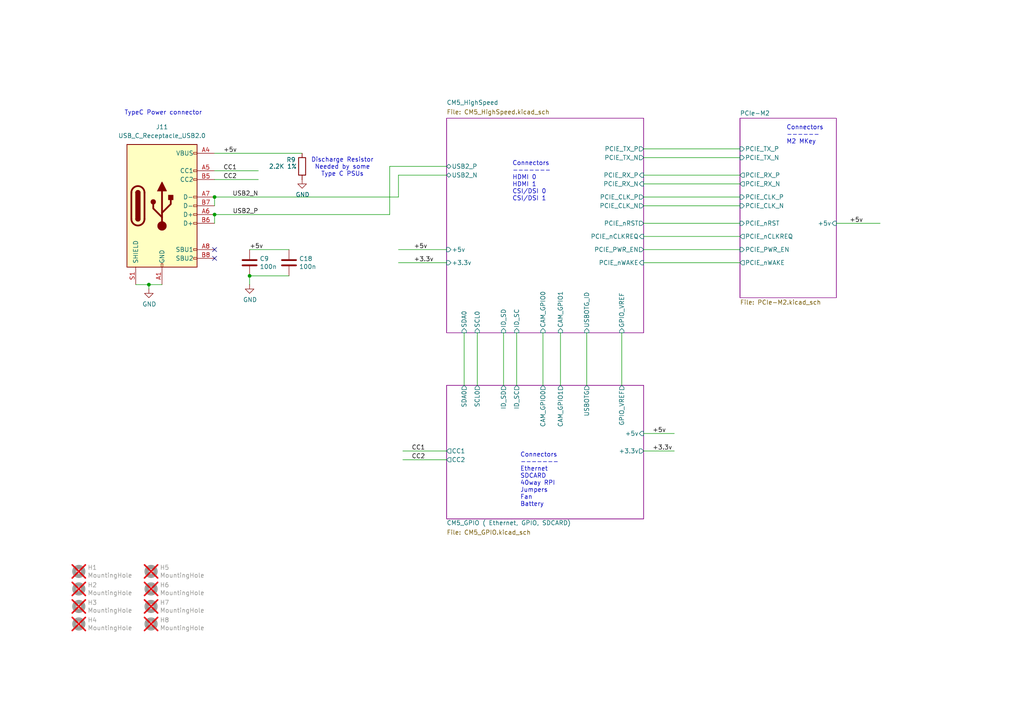
<source format=kicad_sch>
(kicad_sch (version 20250114) (generator "eeschema") (generator_version "9.0")
  (paper "A4")
  (title_block (title "Compute Module 5 IO Board - Top Level") (rev "1") (company "Copyright © 2024 Raspberry Pi Ltd.") (comment 1 "www.raspberrypi.com"))
  (lib_symbols
    (symbol "Connector:USB_C_Receptacle_USB2.0_16P" (pin_names (offset 1.016))
      (property "Reference" "J" (at 0 22.225 0))
      (property "Value" "USB_C_Receptacle_USB2.0_16P" (at 0 19.685 0))
      (symbol "USB_C_Receptacle_USB2.0_16P_0_0"
        (rectangle (start -0.254 -17.78) (end 0.254 -16.764))
        (rectangle (start 10.16 15.494) (end 9.144 14.986))
        (rectangle (start 10.16 10.414) (end 9.144 9.906))
        (rectangle (start 10.16 7.874) (end 9.144 7.366))
        (rectangle (start 10.16 2.794) (end 9.144 2.286))
        (rectangle (start 10.16 0.254) (end 9.144 -0.254))
        (rectangle (start 10.16 -2.286) (end 9.144 -2.794))
        (rectangle (start 10.16 -4.826) (end 9.144 -5.334))
        (rectangle (start 10.16 -12.446) (end 9.144 -12.954))
        (rectangle (start 10.16 -14.986) (end 9.144 -15.494))
      )
      (symbol "USB_C_Receptacle_USB2.0_16P_0_1"
        (rectangle (start -10.16 17.78) (end 10.16 -17.78) (stroke (width 0.254)) (fill (type background)))
        (polyline (pts (xy -8.89 -3.81) (xy -8.89 3.81)) (stroke (width 0.508)))
        (rectangle (start -7.62 -3.81) (end -6.35 3.81) (stroke (width 0.254)) (fill (type outline)))
        (arc (start -7.62 3.81) (mid -6.985 4.4423) (end -6.35 3.81) (stroke (width 0.254)))
        (arc (start -7.62 3.81) (mid -6.985 4.4423) (end -6.35 3.81) (stroke (width 0.254)) (fill (type outline)))
        (arc (start -8.89 3.81) (mid -6.985 5.7067) (end -5.08 3.81) (stroke (width 0.508)))
        (arc (start -5.08 -3.81) (mid -6.985 -5.7067) (end -8.89 -3.81) (stroke (width 0.508)))
        (arc (start -6.35 -3.81) (mid -6.985 -4.4423) (end -7.62 -3.81) (stroke (width 0.254)))
        (arc (start -6.35 -3.81) (mid -6.985 -4.4423) (end -7.62 -3.81) (stroke (width 0.254)) (fill (type outline)))
        (polyline (pts (xy -5.08 3.81) (xy -5.08 -3.81)) (stroke (width 0.508)))
        (circle (center -2.54 1.143) (radius 0.635) (stroke (width 0.254)) (fill (type outline)))
        (polyline (pts (xy -1.27 4.318) (xy 0 6.858) (xy 1.27 4.318) (xy -1.27 4.318)) (stroke (width 0.254)) (fill (type outline)))
        (polyline (pts (xy 0 -2.032) (xy 2.54 0.508) (xy 2.54 1.778)) (stroke (width 0.508)))
        (polyline (pts (xy 0 -3.302) (xy -2.54 -0.762) (xy -2.54 0.508)) (stroke (width 0.508)))
        (polyline (pts (xy 0 -5.842) (xy 0 4.318)) (stroke (width 0.508)))
        (circle (center 0 -5.842) (radius 1.27) (fill (type outline)))
        (rectangle (start 1.905 1.778) (end 3.175 3.048) (stroke (width 0.254)) (fill (type outline)))
      )
      (symbol "USB_C_Receptacle_USB2.0_16P_1_1"
        (pin passive line (at -7.62 -22.86 90) (length 5.08) (name "SHIELD") (number "S1"))
        (pin passive line (at 0 -22.86 90) (length 5.08) (name "GND") (number "A1"))
        (pin passive line (at 0 -22.86 90) (length 5.08) (hide yes) (name "GND") (number "A12"))
        (pin passive line (at 0 -22.86 90) (length 5.08) (hide yes) (name "GND") (number "B1"))
        (pin passive line (at 0 -22.86 90) (length 5.08) (hide yes) (name "GND") (number "B12"))
        (pin passive line (at 15.24 15.24 180) (length 5.08) (name "VBUS") (number "A4"))
        (pin passive line (at 15.24 15.24 180) (length 5.08) (hide yes) (name "VBUS") (number "A9"))
        (pin passive line (at 15.24 15.24 180) (length 5.08) (hide yes) (name "VBUS") (number "B4"))
        (pin passive line (at 15.24 15.24 180) (length 5.08) (hide yes) (name "VBUS") (number "B9"))
        (pin bidirectional line (at 15.24 10.16 180) (length 5.08) (name "CC1") (number "A5"))
        (pin bidirectional line (at 15.24 7.62 180) (length 5.08) (name "CC2") (number "B5"))
        (pin bidirectional line (at 15.24 2.54 180) (length 5.08) (name "D-") (number "A7"))
        (pin bidirectional line (at 15.24 0 180) (length 5.08) (name "D-") (number "B7"))
        (pin bidirectional line (at 15.24 -2.54 180) (length 5.08) (name "D+") (number "A6"))
        (pin bidirectional line (at 15.24 -5.08 180) (length 5.08) (name "D+") (number "B6"))
        (pin bidirectional line (at 15.24 -12.7 180) (length 5.08) (name "SBU1") (number "A8"))
        (pin bidirectional line (at 15.24 -15.24 180) (length 5.08) (name "SBU2") (number "B8"))
      )
    )
    (symbol "Device:C" (pin_numbers (hide yes)) (pin_names (offset 0.254))
      (property "Reference" "C" (at 0.635 2.54 0))
      (property "Value" "C" (at 0.635 -2.54 0))
      (symbol "C_0_1"
        (polyline (pts (xy -2.032 0.762) (xy 2.032 0.762)) (stroke (width 0.508)))
        (polyline (pts (xy -2.032 -0.762) (xy 2.032 -0.762)) (stroke (width 0.508)))
      )
      (symbol "C_1_1"
        (pin passive line (at 0 3.81 270) (length 2.794) (name "~") (number "1"))
        (pin passive line (at 0 -3.81 90) (length 2.794) (name "~") (number "2"))
      )
    )
    (symbol "Device:R" (pin_numbers (hide yes)) (pin_names (offset 0))
      (property "Reference" "R" (at 2.032 0 90))
      (property "Value" "R" (at 0 0 90))
      (symbol "R_0_1"
        (rectangle (start -1.016 -2.54) (end 1.016 2.54) (stroke (width 0.254)))
      )
      (symbol "R_1_1"
        (pin passive line (at 0 3.81 270) (length 1.27) (name "~") (number "1"))
        (pin passive line (at 0 -3.81 90) (length 1.27) (name "~") (number "2"))
      )
    )
    (symbol "Mechanical:MountingHole" (pin_names (offset 1.016))
      (property "Reference" "H" (at 0 5.08 0))
      (property "Value" "MountingHole" (at 0 3.175 0))
      (symbol "MountingHole_0_1"
        (circle (center 0 0) (radius 1.27) (stroke (width 1.27)))
      )
    )
    (symbol "power:GND" (power) (pin_numbers (hide yes)) (pin_names (offset 0) (hide yes))
      (property "Value" "GND" (at 0 -3.81 0))
      (symbol "GND_0_1"
        (polyline (pts (xy 0 0) (xy 0 -1.27) (xy 1.27 -1.27) (xy 0 -2.54) (xy -1.27 -1.27) (xy 0 -1.27)))
      )
      (symbol "GND_1_1"
        (pin power_in line (at 0 0 270) (length 0) (name "~") (number "1"))
      )
    )
  )
  (text "Connectors\n-------\nEthernet\nSDCARD\n40way RPI\nJumpers\nFan\nBattery" (at 150.876 147.066 0) (effects (font (size 1.27 1.27)) (justify left bottom)))
  (text "Connectors\n------\nM2 MKey" (at 228.092 41.91 0) (effects (font (size 1.27 1.27)) (justify left bottom)))
  (text "Discharge Resistor\nNeeded by some\nType C PSUs" (at 99.314 48.514 0) (effects (font (size 1.27 1.27))))
  (text "TypeC Power connector" (at 36.068 33.528 0) (effects (font (size 1.27 1.27)) (justify left bottom)))
  (text "Connectors\n-------\nHDMI 0\nHDMI 1\nCSI/DSI 0\nCSI/DSI 1" (at 148.59 58.42 0) (effects (font (size 1.27 1.27)) (justify left bottom)))
  (junction (at 43.18 82.55))
  (junction (at 72.39 80.01))
  (junction (at 62.23 62.23))
  (junction (at 62.23 57.15))
  (no_connect (at 62.23 74.93))
  (no_connect (at 62.23 72.39))
  (wire (pts (xy 115.57 76.2) (xy 129.54 76.2)))
  (wire (pts (xy 186.69 130.81) (xy 195.58 130.81)))
  (wire (pts (xy 180.34 96.52) (xy 180.34 111.76)))
  (wire (pts (xy 113.03 48.26) (xy 129.54 48.26)))
  (wire (pts (xy 186.69 53.34) (xy 214.63 53.34)))
  (wire (pts (xy 62.23 52.07) (xy 74.93 52.07)))
  (wire (pts (xy 186.69 68.58) (xy 214.63 68.58)))
  (wire (pts (xy 115.57 57.15) (xy 115.57 50.8)))
  (wire (pts (xy 43.18 83.82) (xy 43.18 82.55)))
  (wire (pts (xy 134.62 96.52) (xy 134.62 111.76)))
  (wire (pts (xy 186.69 43.18) (xy 214.63 43.18)))
  (wire (pts (xy 72.39 80.01) (xy 83.82 80.01)))
  (wire (pts (xy 62.23 62.23) (xy 113.03 62.23)))
  (wire (pts (xy 149.86 96.52) (xy 149.86 111.76)))
  (wire (pts (xy 138.43 96.52) (xy 138.43 111.76)))
  (wire (pts (xy 116.84 133.35) (xy 129.54 133.35)))
  (wire (pts (xy 186.69 57.15) (xy 214.63 57.15)))
  (wire (pts (xy 157.48 96.52) (xy 157.48 111.76)))
  (wire (pts (xy 113.03 48.26) (xy 113.03 62.23)))
  (wire (pts (xy 162.56 96.52) (xy 162.56 111.76)))
  (wire (pts (xy 186.69 50.8) (xy 214.63 50.8)))
  (wire (pts (xy 72.39 80.01) (xy 72.39 82.55)))
  (wire (pts (xy 170.18 96.52) (xy 170.18 111.76)))
  (wire (pts (xy 186.69 64.77) (xy 214.63 64.77)))
  (wire (pts (xy 62.23 44.45) (xy 87.63 44.45)))
  (wire (pts (xy 62.23 62.23) (xy 62.23 64.77)))
  (wire (pts (xy 72.39 72.39) (xy 83.82 72.39)))
  (wire (pts (xy 242.57 64.77) (xy 255.27 64.77)))
  (wire (pts (xy 186.69 72.39) (xy 214.63 72.39)))
  (wire (pts (xy 43.18 82.55) (xy 46.99 82.55)))
  (wire (pts (xy 186.69 59.69) (xy 214.63 59.69)))
  (wire (pts (xy 39.37 82.55) (xy 43.18 82.55)))
  (wire (pts (xy 62.23 49.53) (xy 74.93 49.53)))
  (wire (pts (xy 146.05 96.52) (xy 146.05 111.76)))
  (wire (pts (xy 186.69 125.73) (xy 195.58 125.73)))
  (wire (pts (xy 62.23 57.15) (xy 62.23 59.69)))
  (wire (pts (xy 116.84 130.81) (xy 129.54 130.81)))
  (wire (pts (xy 115.57 72.39) (xy 129.54 72.39)))
  (wire (pts (xy 115.57 50.8) (xy 129.54 50.8)))
  (wire (pts (xy 186.69 45.72) (xy 214.63 45.72)))
  (wire (pts (xy 62.23 57.15) (xy 115.57 57.15)))
  (wire (pts (xy 186.69 76.2) (xy 214.63 76.2)))
  (label "+5v" (at 72.39 72.39 0))
  (label "CC1" (at 119.38 130.81 0))
  (label "CC2" (at 119.38 133.35 0))
  (label "+5v" (at 246.38 64.77 0))
  (label "+5v" (at 189.23 125.73 0))
  (label "+5v" (at 120.015 72.39 0))
  (label "USB2_P" (at 74.93 62.23 180))
  (label "CC1" (at 64.77 49.53 0))
  (label "USB2_N" (at 74.93 57.15 180))
  (label "+3.3v" (at 189.23 130.81 0))
  (label "+3.3v" (at 120.015 76.2 0))
  (label "CC2" (at 64.77 52.07 0))
  (label "+5v" (at 64.77 44.45 0))
  (symbol (lib_id "Mechanical:MountingHole") (at 22.86 180.975 0) (unit 1) (exclude_from_sim yes) (in_bom no) (dnp yes)
    (property "Reference" "H4" (at 25.4 179.832 0) (effects (justify left)))
    (property "Value" "MountingHole" (at 25.4 182.118 0) (effects (justify left)))
    (property "Footprint" "CM5IO:MountingHole_2.7mm_M2.5_DIN965" (effects (hide yes)))
    (property "Field4" "nf" (effects (hide yes)))
    (property "Field5" "nf" (effects (hide yes)))
    (property "Field6" "nf" (effects (hide yes)))
    (property "Field7" "nf" (effects (hide yes)))
    (property "Part Description" "M2.5 mounting hole" (effects (hide yes)))
  )
  (symbol (lib_id "Mechanical:MountingHole") (at 22.86 175.895 0) (unit 1) (exclude_from_sim yes) (in_bom no) (dnp yes)
    (property "Reference" "H3" (at 25.4 174.752 0) (effects (justify left)))
    (property "Value" "MountingHole" (at 25.4 177.038 0) (effects (justify left)))
    (property "Footprint" "CM5IO:MountingHole_2.7mm_M2.5_DIN965" (effects (hide yes)))
    (property "Field4" "nf" (effects (hide yes)))
    (property "Field5" "nf" (effects (hide yes)))
    (property "Field6" "nf" (effects (hide yes)))
    (property "Field7" "nf" (effects (hide yes)))
    (property "Part Description" "M2.5 mounting hole" (effects (hide yes)))
  )
  (symbol (lib_id "Mechanical:MountingHole") (at 22.86 170.815 0) (unit 1) (exclude_from_sim yes) (in_bom no) (dnp yes)
    (property "Reference" "H2" (at 25.4 169.672 0) (effects (justify left)))
    (property "Value" "MountingHole" (at 25.4 171.958 0) (effects (justify left)))
    (property "Footprint" "CM5IO:MountingHole_2.7mm_M2.5_DIN965" (effects (hide yes)))
    (property "Field4" "nf" (effects (hide yes)))
    (property "Field5" "nf" (effects (hide yes)))
    (property "Field6" "nf" (effects (hide yes)))
    (property "Field7" "nf" (effects (hide yes)))
    (property "Part Description" "M2.5 mounting hole" (effects (hide yes)))
  )
  (symbol (lib_id "Mechanical:MountingHole") (at 22.86 165.735 0) (unit 1) (exclude_from_sim yes) (in_bom no) (dnp yes)
    (property "Reference" "H1" (at 25.4 164.592 0) (effects (justify left)))
    (property "Value" "MountingHole" (at 25.4 166.878 0) (effects (justify left)))
    (property "Footprint" "CM5IO:MountingHole_2.7mm_M2.5_DIN965" (effects (hide yes)))
    (property "Field4" "nf" (effects (hide yes)))
    (property "Field5" "nf" (effects (hide yes)))
    (property "Field6" "nf" (effects (hide yes)))
    (property "Field7" "nf" (effects (hide yes)))
    (property "Part Description" "M2.5 mounting hole" (effects (hide yes)))
  )
  (symbol (lib_id "Mechanical:MountingHole") (at 43.815 165.735 0) (unit 1) (exclude_from_sim yes) (in_bom no) (dnp yes)
    (property "Reference" "H5" (at 46.355 164.592 0) (effects (justify left)))
    (property "Value" "MountingHole" (at 46.355 166.878 0) (effects (justify left)))
    (property "Footprint" "CM5IO:MountingHole_2.7mm_M2.5_DIN965" (effects (hide yes)))
    (property "Field4" "nf" (effects (hide yes)))
    (property "Field5" "nf" (effects (hide yes)))
    (property "Field6" "nf" (effects (hide yes)))
    (property "Field7" "nf" (effects (hide yes)))
    (property "Part Description" "M2.5 mounting hole" (effects (hide yes)))
  )
  (symbol (lib_id "Mechanical:MountingHole") (at 43.815 180.975 0) (unit 1) (exclude_from_sim yes) (in_bom no) (dnp yes)
    (property "Reference" "H8" (at 46.355 179.832 0) (effects (justify left)))
    (property "Value" "MountingHole" (at 46.355 182.118 0) (effects (justify left)))
    (property "Footprint" "CM5IO:MountingHole_2.7mm_M2.5_DIN965" (effects (hide yes)))
    (property "Field4" "nf" (effects (hide yes)))
    (property "Field5" "nf" (effects (hide yes)))
    (property "Field6" "nf" (effects (hide yes)))
    (property "Field7" "nf" (effects (hide yes)))
    (property "Part Description" "M2.5 mounting hole" (effects (hide yes)))
  )
  (symbol (lib_id "Mechanical:MountingHole") (at 43.815 175.895 0) (unit 1) (exclude_from_sim yes) (in_bom no) (dnp yes)
    (property "Reference" "H7" (at 46.355 174.752 0) (effects (justify left)))
    (property "Value" "MountingHole" (at 46.355 177.038 0) (effects (justify left)))
    (property "Footprint" "CM5IO:MountingHole_2.7mm_M2.5_DIN965" (effects (hide yes)))
    (property "Field4" "nf" (effects (hide yes)))
    (property "Field5" "nf" (effects (hide yes)))
    (property "Field6" "nf" (effects (hide yes)))
    (property "Field7" "nf" (effects (hide yes)))
    (property "Part Description" "M2.5 mounting hole" (effects (hide yes)))
  )
  (symbol (lib_id "Mechanical:MountingHole") (at 43.815 170.815 0) (unit 1) (exclude_from_sim yes) (in_bom no) (dnp yes)
    (property "Reference" "H6" (at 46.355 169.672 0) (effects (justify left)))
    (property "Value" "MountingHole" (at 46.355 171.958 0) (effects (justify left)))
    (property "Footprint" "CM5IO:MountingHole_2.7mm_M2.5_DIN965" (effects (hide yes)))
    (property "Field4" "nf" (effects (hide yes)))
    (property "Field5" "nf" (effects (hide yes)))
    (property "Field6" "nf" (effects (hide yes)))
    (property "Field7" "nf" (effects (hide yes)))
    (property "Part Description" "M2.5 mounting hole" (effects (hide yes)))
  )
  (symbol (lib_id "power:GND") (at 87.63 52.07 0) (unit 1)
    (property "Reference" "#PWR031" (effects (hide yes)))
    (property "Value" "GND" (at 87.757 56.4642 0))
    (property "Description" "Power symbol creates a global label with name \"GND\" , ground" (effects (hide yes)))
  )
  (symbol (lib_id "Device:C") (at 83.82 76.2 0) (unit 1)
    (property "Reference" "C18" (at 86.741 75.0316 0) (effects (justify left)))
    (property "Value" "100n" (at 86.741 77.343 0) (effects (justify left)))
    (property "Footprint" "Capacitor_SMD:C_0402_1005Metric" (effects (hide yes)))
    (property "Datasheet" "https://search.murata.co.jp/Ceramy/image/img/A01X/G101/ENG/GRM155R71C104KA88-01.pdf" (effects (hide yes)))
    (property "Field4" "Farnell" (effects (hide yes)))
    (property "Field5" "2611911" (effects (hide yes)))
    (property "Field6" "RM EMK105 B7104KV-F" (effects (hide yes)))
    (property "Field7" "TAIYO YUDEN EUROPE GMBH" (effects (hide yes)))
    (property "Field8" "110091611" (effects (hide yes)))
    (property "Part Description" "	0.1uF 10% 16V Ceramic Capacitor X7R 0402 (1005 Metric)" (effects (hide yes)))
  )
  (symbol (lib_id "Connector:USB_C_Receptacle_USB2.0_16P") (at 46.99 59.69 0) (unit 1)
    (property "Reference" "J11" (at 46.99 36.83 0))
    (property "Value" "USB_C_Receptacle_USB2.0" (at 46.99 39.37 0))
    (property "Footprint" "Connector_USB:USB_C_Receptacle_GCT_USB4105-xx-A_16P_TopMnt_Horizontal" (effects (hide yes)))
    (property "Datasheet" "https://www.usb.org/sites/default/files/documents/usb_type-c.zip" (effects (hide yes)))
    (property "Field5" "USBF31-0171" (effects (hide yes)))
    (property "Field6" "USBF31-0171" (effects (hide yes)))
    (property "Field7" "MTCONN" (effects (hide yes)))
    (property "Part Description" "USBC USB2 data and power connector" (effects (hide yes)))
  )
  (symbol (lib_id "Device:R") (at 87.63 48.26 0) (unit 1)
    (property "Reference" "R9" (at 83.058 46.355 0) (effects (justify left)))
    (property "Value" "2.2K 1%" (at 77.978 48.26 0) (effects (justify left)))
    (property "Footprint" "Resistor_SMD:R_0402_1005Metric" (effects (hide yes)))
    (property "Datasheet" "https://fscdn.rohm.com/en/products/databook/datasheet/passive/resistor/chip_resistor/mcr-e.pdf" (effects (hide yes)))
    (property "Field4" "Farnell" (effects (hide yes)))
    (property "Part Description" "Resistor 2.2K M1005 1% 63mW" (effects (hide yes)))
  )
  (symbol (lib_id "Device:C") (at 72.39 76.2 0) (unit 1)
    (property "Reference" "C9" (at 75.311 75.0316 0) (effects (justify left)))
    (property "Value" "100n" (at 75.311 77.343 0) (effects (justify left)))
    (property "Footprint" "Capacitor_SMD:C_0402_1005Metric" (effects (hide yes)))
    (property "Datasheet" "https://search.murata.co.jp/Ceramy/image/img/A01X/G101/ENG/GRM155R71C104KA88-01.pdf" (effects (hide yes)))
    (property "Field4" "Farnell" (effects (hide yes)))
    (property "Field5" "2611911" (effects (hide yes)))
    (property "Field6" "RM EMK105 B7104KV-F" (effects (hide yes)))
    (property "Field7" "TAIYO YUDEN EUROPE GMBH" (effects (hide yes)))
    (property "Field8" "110091611" (effects (hide yes)))
    (property "Part Description" "	0.1uF 10% 16V Ceramic Capacitor X7R 0402 (1005 Metric)" (effects (hide yes)))
  )
  (symbol (lib_id "power:GND") (at 43.18 83.82 0) (unit 1)
    (property "Reference" "#PWR02" (effects (hide yes)))
    (property "Value" "GND" (at 43.307 88.2142 0))
    (property "Description" "Power symbol creates a global label with name \"GND\" , ground" (effects (hide yes)))
  )
  (symbol (lib_id "power:GND") (at 72.39 82.55 0) (unit 1)
    (property "Reference" "#PWR013" (effects (hide yes)))
    (property "Value" "GND" (at 72.517 86.9442 0))
    (property "Description" "Power symbol creates a global label with name \"GND\" , ground" (effects (hide yes)))
  )
  (sheet (at 129.54 111.76) (size 57.15 38.735) (stroke (width 0.1524) (color 132 0 132 1)) (fill (color 255 255 255 0.0000))
    (property "Sheetname" "CM5_GPIO ( Ethernet, GPIO, SDCARD)" (at 129.54 152.4 0) (effects (justify left bottom)))
    (property "Sheetfile" "CM5_GPIO.kicad_sch" (at 129.54 153.67 0) (effects (justify left top)))
    (pin "ID_SC" output (at 149.86 111.76 90))
    (pin "ID_SD" output (at 146.05 111.76 90))
    (pin "SCL0" output (at 138.43 111.76 90))
    (pin "SDA0" output (at 134.62 111.76 90))
    (pin "+5v" input (at 186.69 125.73 0))
    (pin "+3.3v" output (at 186.69 130.81 0))
    (pin "GPIO_VREF" output (at 180.34 111.76 90))
    (pin "CAM_GPIO0" output (at 157.48 111.76 90))
    (pin "CAM_GPIO1" output (at 162.56 111.76 90))
    (pin "CC1" output (at 129.54 130.81 180))
    (pin "USBOTG" output (at 170.18 111.76 90))
    (pin "CC2" output (at 129.54 133.35 180))
  )
  (sheet (at 129.54 34.29) (size 57.15 62.23) (stroke (width 0.1524) (color 132 0 132 1)) (fill (color 255 255 255 0.0000))
    (property "Sheetname" "CM5_HighSpeed" (at 129.54 30.48 0) (effects (justify left bottom)))
    (property "Sheetfile" "CM5_HighSpeed.kicad_sch" (at 129.54 31.75 0) (effects (justify left top)))
    (pin "USB2_N" bidirectional (at 129.54 50.8 180))
    (pin "USB2_P" bidirectional (at 129.54 48.26 180))
    (pin "ID_SC" input (at 149.86 96.52 270))
    (pin "ID_SD" input (at 146.05 96.52 270))
    (pin "SCL0" input (at 138.43 96.52 270))
    (pin "SDA0" input (at 134.62 96.52 270))
    (pin "+5v" input (at 129.54 72.39 180))
    (pin "PCIE_CLK_P" output (at 186.69 57.15 0))
    (pin "PCIE_CLK_N" output (at 186.69 59.69 0))
    (pin "PCIE_TX_P" output (at 186.69 43.18 0))
    (pin "PCIE_TX_N" output (at 186.69 45.72 0))
    (pin "PCIE_nRST" output (at 186.69 64.77 0))
    (pin "PCIE_RX_P" input (at 186.69 50.8 0))
    (pin "PCIE_RX_N" input (at 186.69 53.34 0))
    (pin "PCIE_nCLKREQ" input (at 186.69 68.58 0))
    (pin "+3.3v" input (at 129.54 76.2 180))
    (pin "USBOTG_ID" input (at 170.18 96.52 270))
    (pin "GPIO_VREF" input (at 180.34 96.52 270))
    (pin "PCIE_PWR_EN" output (at 186.69 72.39 0))
    (pin "PCIE_nWAKE" input (at 186.69 76.2 0))
    (pin "CAM_GPIO0" input (at 157.48 96.52 270))
    (pin "CAM_GPIO1" input (at 162.56 96.52 270))
  )
  (sheet (at 214.63 34.29) (size 27.94 52.07) (stroke (width 0.152) (color 132 0 132 1)) (fill (color 255 255 255 0.0000))
    (property "Sheetname" "PCIe-M2" (at 214.63 33.5786 0) (effects (justify left bottom)))
    (property "Sheetfile" "PCIe-M2.kicad_sch" (at 214.63 86.9444 0) (effects (justify left top)))
    (pin "PCIE_CLK_P" input (at 214.63 57.15 180))
    (pin "PCIE_CLK_N" input (at 214.63 59.69 180))
    (pin "PCIE_TX_P" input (at 214.63 43.18 180))
    (pin "PCIE_TX_N" input (at 214.63 45.72 180))
    (pin "PCIE_nCLKREQ" output (at 214.63 68.58 180))
    (pin "PCIE_nRST" input (at 214.63 64.77 180))
    (pin "PCIE_RX_P" output (at 214.63 50.8 180))
    (pin "PCIE_RX_N" output (at 214.63 53.34 180))
    (pin "+5v" input (at 242.57 64.77 0))
    (pin "PCIE_PWR_EN" input (at 214.63 72.39 180))
    (pin "PCIE_nWAKE" output (at 214.63 76.2 180))
  )
)
</source>
